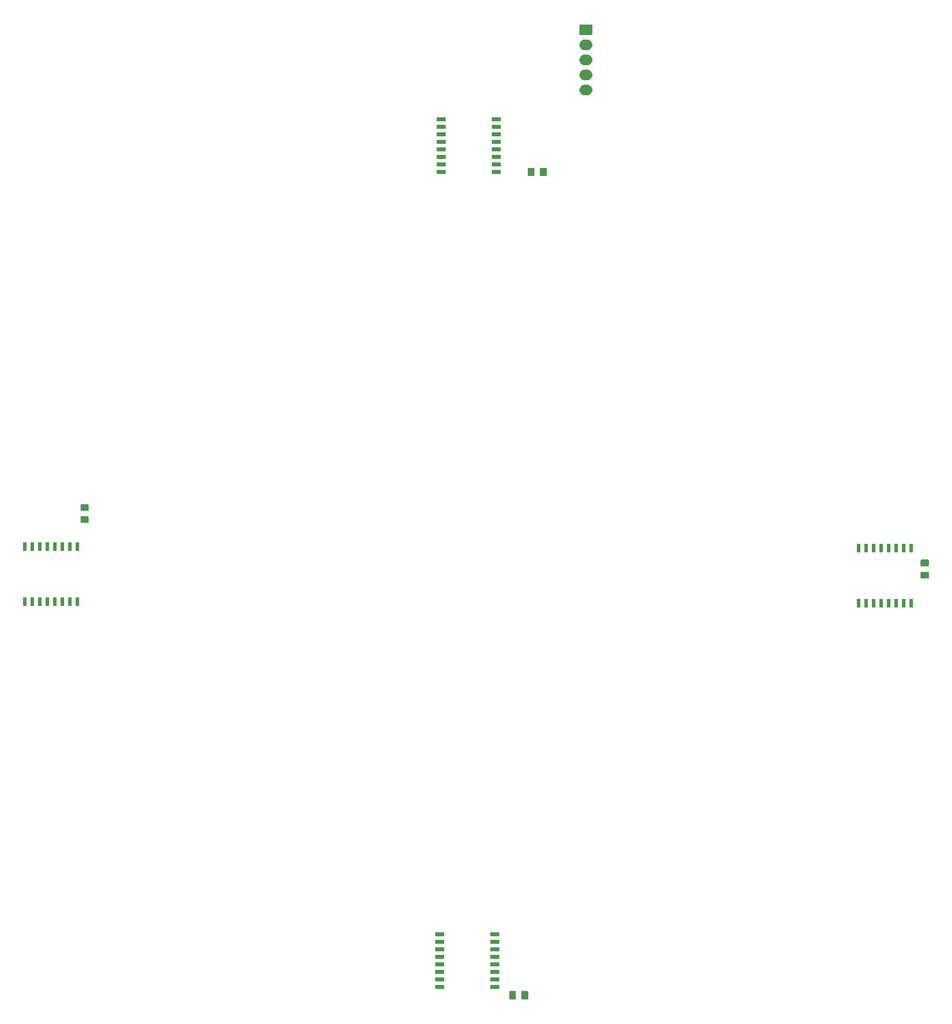
<source format=gbr>
G04 #@! TF.GenerationSoftware,KiCad,Pcbnew,(5.1.4-0-10_14)*
G04 #@! TF.CreationDate,2019-10-28T10:16:14+01:00*
G04 #@! TF.ProjectId,Buttons_DDI,42757474-6f6e-4735-9f44-44492e6b6963,rev?*
G04 #@! TF.SameCoordinates,Original*
G04 #@! TF.FileFunction,Soldermask,Bot*
G04 #@! TF.FilePolarity,Negative*
%FSLAX46Y46*%
G04 Gerber Fmt 4.6, Leading zero omitted, Abs format (unit mm)*
G04 Created by KiCad (PCBNEW (5.1.4-0-10_14)) date 2019-10-28 10:16:14*
%MOMM*%
%LPD*%
G04 APERTURE LIST*
%ADD10C,0.100000*%
G04 APERTURE END LIST*
D10*
G36*
X106433722Y-173802039D02*
G01*
X106467257Y-173812212D01*
X106498156Y-173828728D01*
X106525243Y-173850957D01*
X106547472Y-173878044D01*
X106563988Y-173908943D01*
X106574161Y-173942478D01*
X106578200Y-173983487D01*
X106578200Y-175012513D01*
X106574161Y-175053522D01*
X106563988Y-175087057D01*
X106547472Y-175117956D01*
X106525243Y-175145043D01*
X106498156Y-175167272D01*
X106467257Y-175183788D01*
X106433722Y-175193961D01*
X106392713Y-175198000D01*
X105613687Y-175198000D01*
X105572678Y-175193961D01*
X105539143Y-175183788D01*
X105508244Y-175167272D01*
X105481157Y-175145043D01*
X105458928Y-175117956D01*
X105442412Y-175087057D01*
X105432239Y-175053522D01*
X105428200Y-175012513D01*
X105428200Y-173983487D01*
X105432239Y-173942478D01*
X105442412Y-173908943D01*
X105458928Y-173878044D01*
X105481157Y-173850957D01*
X105508244Y-173828728D01*
X105539143Y-173812212D01*
X105572678Y-173802039D01*
X105613687Y-173798000D01*
X106392713Y-173798000D01*
X106433722Y-173802039D01*
X106433722Y-173802039D01*
G37*
G36*
X104383722Y-173802039D02*
G01*
X104417257Y-173812212D01*
X104448156Y-173828728D01*
X104475243Y-173850957D01*
X104497472Y-173878044D01*
X104513988Y-173908943D01*
X104524161Y-173942478D01*
X104528200Y-173983487D01*
X104528200Y-175012513D01*
X104524161Y-175053522D01*
X104513988Y-175087057D01*
X104497472Y-175117956D01*
X104475243Y-175145043D01*
X104448156Y-175167272D01*
X104417257Y-175183788D01*
X104383722Y-175193961D01*
X104342713Y-175198000D01*
X103563687Y-175198000D01*
X103522678Y-175193961D01*
X103489143Y-175183788D01*
X103458244Y-175167272D01*
X103431157Y-175145043D01*
X103408928Y-175117956D01*
X103392412Y-175087057D01*
X103382239Y-175053522D01*
X103378200Y-175012513D01*
X103378200Y-173983487D01*
X103382239Y-173942478D01*
X103392412Y-173908943D01*
X103408928Y-173878044D01*
X103431157Y-173850957D01*
X103458244Y-173828728D01*
X103489143Y-173812212D01*
X103522678Y-173802039D01*
X103563687Y-173798000D01*
X104342713Y-173798000D01*
X104383722Y-173802039D01*
X104383722Y-173802039D01*
G37*
G36*
X101666000Y-173401000D02*
G01*
X100166000Y-173401000D01*
X100166000Y-172801000D01*
X101666000Y-172801000D01*
X101666000Y-173401000D01*
X101666000Y-173401000D01*
G37*
G36*
X92366000Y-173401000D02*
G01*
X90866000Y-173401000D01*
X90866000Y-172801000D01*
X92366000Y-172801000D01*
X92366000Y-173401000D01*
X92366000Y-173401000D01*
G37*
G36*
X101666000Y-172131000D02*
G01*
X100166000Y-172131000D01*
X100166000Y-171531000D01*
X101666000Y-171531000D01*
X101666000Y-172131000D01*
X101666000Y-172131000D01*
G37*
G36*
X92366000Y-172131000D02*
G01*
X90866000Y-172131000D01*
X90866000Y-171531000D01*
X92366000Y-171531000D01*
X92366000Y-172131000D01*
X92366000Y-172131000D01*
G37*
G36*
X101666000Y-170861000D02*
G01*
X100166000Y-170861000D01*
X100166000Y-170261000D01*
X101666000Y-170261000D01*
X101666000Y-170861000D01*
X101666000Y-170861000D01*
G37*
G36*
X92366000Y-170861000D02*
G01*
X90866000Y-170861000D01*
X90866000Y-170261000D01*
X92366000Y-170261000D01*
X92366000Y-170861000D01*
X92366000Y-170861000D01*
G37*
G36*
X92366000Y-169591000D02*
G01*
X90866000Y-169591000D01*
X90866000Y-168991000D01*
X92366000Y-168991000D01*
X92366000Y-169591000D01*
X92366000Y-169591000D01*
G37*
G36*
X101666000Y-169591000D02*
G01*
X100166000Y-169591000D01*
X100166000Y-168991000D01*
X101666000Y-168991000D01*
X101666000Y-169591000D01*
X101666000Y-169591000D01*
G37*
G36*
X101666000Y-168321000D02*
G01*
X100166000Y-168321000D01*
X100166000Y-167721000D01*
X101666000Y-167721000D01*
X101666000Y-168321000D01*
X101666000Y-168321000D01*
G37*
G36*
X92366000Y-168321000D02*
G01*
X90866000Y-168321000D01*
X90866000Y-167721000D01*
X92366000Y-167721000D01*
X92366000Y-168321000D01*
X92366000Y-168321000D01*
G37*
G36*
X101666000Y-167051000D02*
G01*
X100166000Y-167051000D01*
X100166000Y-166451000D01*
X101666000Y-166451000D01*
X101666000Y-167051000D01*
X101666000Y-167051000D01*
G37*
G36*
X92366000Y-167051000D02*
G01*
X90866000Y-167051000D01*
X90866000Y-166451000D01*
X92366000Y-166451000D01*
X92366000Y-167051000D01*
X92366000Y-167051000D01*
G37*
G36*
X101666000Y-165781000D02*
G01*
X100166000Y-165781000D01*
X100166000Y-165181000D01*
X101666000Y-165181000D01*
X101666000Y-165781000D01*
X101666000Y-165781000D01*
G37*
G36*
X92366000Y-165781000D02*
G01*
X90866000Y-165781000D01*
X90866000Y-165181000D01*
X92366000Y-165181000D01*
X92366000Y-165781000D01*
X92366000Y-165781000D01*
G37*
G36*
X101666000Y-164511000D02*
G01*
X100166000Y-164511000D01*
X100166000Y-163911000D01*
X101666000Y-163911000D01*
X101666000Y-164511000D01*
X101666000Y-164511000D01*
G37*
G36*
X92366000Y-164511000D02*
G01*
X90866000Y-164511000D01*
X90866000Y-163911000D01*
X92366000Y-163911000D01*
X92366000Y-164511000D01*
X92366000Y-164511000D01*
G37*
G36*
X170353000Y-109032000D02*
G01*
X169753000Y-109032000D01*
X169753000Y-107532000D01*
X170353000Y-107532000D01*
X170353000Y-109032000D01*
X170353000Y-109032000D01*
G37*
G36*
X171623000Y-109032000D02*
G01*
X171023000Y-109032000D01*
X171023000Y-107532000D01*
X171623000Y-107532000D01*
X171623000Y-109032000D01*
X171623000Y-109032000D01*
G37*
G36*
X167813000Y-109032000D02*
G01*
X167213000Y-109032000D01*
X167213000Y-107532000D01*
X167813000Y-107532000D01*
X167813000Y-109032000D01*
X167813000Y-109032000D01*
G37*
G36*
X166543000Y-109032000D02*
G01*
X165943000Y-109032000D01*
X165943000Y-107532000D01*
X166543000Y-107532000D01*
X166543000Y-109032000D01*
X166543000Y-109032000D01*
G37*
G36*
X165273000Y-109032000D02*
G01*
X164673000Y-109032000D01*
X164673000Y-107532000D01*
X165273000Y-107532000D01*
X165273000Y-109032000D01*
X165273000Y-109032000D01*
G37*
G36*
X164003000Y-109032000D02*
G01*
X163403000Y-109032000D01*
X163403000Y-107532000D01*
X164003000Y-107532000D01*
X164003000Y-109032000D01*
X164003000Y-109032000D01*
G37*
G36*
X162733000Y-109032000D02*
G01*
X162133000Y-109032000D01*
X162133000Y-107532000D01*
X162733000Y-107532000D01*
X162733000Y-109032000D01*
X162733000Y-109032000D01*
G37*
G36*
X169083000Y-109032000D02*
G01*
X168483000Y-109032000D01*
X168483000Y-107532000D01*
X169083000Y-107532000D01*
X169083000Y-109032000D01*
X169083000Y-109032000D01*
G37*
G36*
X30653000Y-108778000D02*
G01*
X30053000Y-108778000D01*
X30053000Y-107278000D01*
X30653000Y-107278000D01*
X30653000Y-108778000D01*
X30653000Y-108778000D01*
G37*
G36*
X29383000Y-108778000D02*
G01*
X28783000Y-108778000D01*
X28783000Y-107278000D01*
X29383000Y-107278000D01*
X29383000Y-108778000D01*
X29383000Y-108778000D01*
G37*
G36*
X28113000Y-108778000D02*
G01*
X27513000Y-108778000D01*
X27513000Y-107278000D01*
X28113000Y-107278000D01*
X28113000Y-108778000D01*
X28113000Y-108778000D01*
G37*
G36*
X26843000Y-108778000D02*
G01*
X26243000Y-108778000D01*
X26243000Y-107278000D01*
X26843000Y-107278000D01*
X26843000Y-108778000D01*
X26843000Y-108778000D01*
G37*
G36*
X25573000Y-108778000D02*
G01*
X24973000Y-108778000D01*
X24973000Y-107278000D01*
X25573000Y-107278000D01*
X25573000Y-108778000D01*
X25573000Y-108778000D01*
G37*
G36*
X24303000Y-108778000D02*
G01*
X23703000Y-108778000D01*
X23703000Y-107278000D01*
X24303000Y-107278000D01*
X24303000Y-108778000D01*
X24303000Y-108778000D01*
G37*
G36*
X23033000Y-108778000D02*
G01*
X22433000Y-108778000D01*
X22433000Y-107278000D01*
X23033000Y-107278000D01*
X23033000Y-108778000D01*
X23033000Y-108778000D01*
G37*
G36*
X21763000Y-108778000D02*
G01*
X21163000Y-108778000D01*
X21163000Y-107278000D01*
X21763000Y-107278000D01*
X21763000Y-108778000D01*
X21763000Y-108778000D01*
G37*
G36*
X174189922Y-102968439D02*
G01*
X174223457Y-102978612D01*
X174254356Y-102995128D01*
X174281443Y-103017357D01*
X174303672Y-103044444D01*
X174320188Y-103075343D01*
X174330361Y-103108878D01*
X174334400Y-103149887D01*
X174334400Y-103928913D01*
X174330361Y-103969922D01*
X174320188Y-104003457D01*
X174303672Y-104034356D01*
X174281443Y-104061443D01*
X174254356Y-104083672D01*
X174223457Y-104100188D01*
X174189922Y-104110361D01*
X174148913Y-104114400D01*
X173119887Y-104114400D01*
X173078878Y-104110361D01*
X173045343Y-104100188D01*
X173014444Y-104083672D01*
X172987357Y-104061443D01*
X172965128Y-104034356D01*
X172948612Y-104003457D01*
X172938439Y-103969922D01*
X172934400Y-103928913D01*
X172934400Y-103149887D01*
X172938439Y-103108878D01*
X172948612Y-103075343D01*
X172965128Y-103044444D01*
X172987357Y-103017357D01*
X173014444Y-102995128D01*
X173045343Y-102978612D01*
X173078878Y-102968439D01*
X173119887Y-102964400D01*
X174148913Y-102964400D01*
X174189922Y-102968439D01*
X174189922Y-102968439D01*
G37*
G36*
X174189922Y-100918439D02*
G01*
X174223457Y-100928612D01*
X174254356Y-100945128D01*
X174281443Y-100967357D01*
X174303672Y-100994444D01*
X174320188Y-101025343D01*
X174330361Y-101058878D01*
X174334400Y-101099887D01*
X174334400Y-101878913D01*
X174330361Y-101919922D01*
X174320188Y-101953457D01*
X174303672Y-101984356D01*
X174281443Y-102011443D01*
X174254356Y-102033672D01*
X174223457Y-102050188D01*
X174189922Y-102060361D01*
X174148913Y-102064400D01*
X173119887Y-102064400D01*
X173078878Y-102060361D01*
X173045343Y-102050188D01*
X173014444Y-102033672D01*
X172987357Y-102011443D01*
X172965128Y-101984356D01*
X172948612Y-101953457D01*
X172938439Y-101919922D01*
X172934400Y-101878913D01*
X172934400Y-101099887D01*
X172938439Y-101058878D01*
X172948612Y-101025343D01*
X172965128Y-100994444D01*
X172987357Y-100967357D01*
X173014444Y-100945128D01*
X173045343Y-100928612D01*
X173078878Y-100918439D01*
X173119887Y-100914400D01*
X174148913Y-100914400D01*
X174189922Y-100918439D01*
X174189922Y-100918439D01*
G37*
G36*
X171623000Y-99732000D02*
G01*
X171023000Y-99732000D01*
X171023000Y-98232000D01*
X171623000Y-98232000D01*
X171623000Y-99732000D01*
X171623000Y-99732000D01*
G37*
G36*
X170353000Y-99732000D02*
G01*
X169753000Y-99732000D01*
X169753000Y-98232000D01*
X170353000Y-98232000D01*
X170353000Y-99732000D01*
X170353000Y-99732000D01*
G37*
G36*
X169083000Y-99732000D02*
G01*
X168483000Y-99732000D01*
X168483000Y-98232000D01*
X169083000Y-98232000D01*
X169083000Y-99732000D01*
X169083000Y-99732000D01*
G37*
G36*
X167813000Y-99732000D02*
G01*
X167213000Y-99732000D01*
X167213000Y-98232000D01*
X167813000Y-98232000D01*
X167813000Y-99732000D01*
X167813000Y-99732000D01*
G37*
G36*
X166543000Y-99732000D02*
G01*
X165943000Y-99732000D01*
X165943000Y-98232000D01*
X166543000Y-98232000D01*
X166543000Y-99732000D01*
X166543000Y-99732000D01*
G37*
G36*
X162733000Y-99732000D02*
G01*
X162133000Y-99732000D01*
X162133000Y-98232000D01*
X162733000Y-98232000D01*
X162733000Y-99732000D01*
X162733000Y-99732000D01*
G37*
G36*
X165273000Y-99732000D02*
G01*
X164673000Y-99732000D01*
X164673000Y-98232000D01*
X165273000Y-98232000D01*
X165273000Y-99732000D01*
X165273000Y-99732000D01*
G37*
G36*
X164003000Y-99732000D02*
G01*
X163403000Y-99732000D01*
X163403000Y-98232000D01*
X164003000Y-98232000D01*
X164003000Y-99732000D01*
X164003000Y-99732000D01*
G37*
G36*
X26843000Y-99478000D02*
G01*
X26243000Y-99478000D01*
X26243000Y-97978000D01*
X26843000Y-97978000D01*
X26843000Y-99478000D01*
X26843000Y-99478000D01*
G37*
G36*
X21763000Y-99478000D02*
G01*
X21163000Y-99478000D01*
X21163000Y-97978000D01*
X21763000Y-97978000D01*
X21763000Y-99478000D01*
X21763000Y-99478000D01*
G37*
G36*
X23033000Y-99478000D02*
G01*
X22433000Y-99478000D01*
X22433000Y-97978000D01*
X23033000Y-97978000D01*
X23033000Y-99478000D01*
X23033000Y-99478000D01*
G37*
G36*
X24303000Y-99478000D02*
G01*
X23703000Y-99478000D01*
X23703000Y-97978000D01*
X24303000Y-97978000D01*
X24303000Y-99478000D01*
X24303000Y-99478000D01*
G37*
G36*
X25573000Y-99478000D02*
G01*
X24973000Y-99478000D01*
X24973000Y-97978000D01*
X25573000Y-97978000D01*
X25573000Y-99478000D01*
X25573000Y-99478000D01*
G37*
G36*
X28113000Y-99478000D02*
G01*
X27513000Y-99478000D01*
X27513000Y-97978000D01*
X28113000Y-97978000D01*
X28113000Y-99478000D01*
X28113000Y-99478000D01*
G37*
G36*
X29383000Y-99478000D02*
G01*
X28783000Y-99478000D01*
X28783000Y-97978000D01*
X29383000Y-97978000D01*
X29383000Y-99478000D01*
X29383000Y-99478000D01*
G37*
G36*
X30653000Y-99478000D02*
G01*
X30053000Y-99478000D01*
X30053000Y-97978000D01*
X30653000Y-97978000D01*
X30653000Y-99478000D01*
X30653000Y-99478000D01*
G37*
G36*
X32127722Y-93595839D02*
G01*
X32161257Y-93606012D01*
X32192156Y-93622528D01*
X32219243Y-93644757D01*
X32241472Y-93671844D01*
X32257988Y-93702743D01*
X32268161Y-93736278D01*
X32272200Y-93777287D01*
X32272200Y-94556313D01*
X32268161Y-94597322D01*
X32257988Y-94630857D01*
X32241472Y-94661756D01*
X32219243Y-94688843D01*
X32192156Y-94711072D01*
X32161257Y-94727588D01*
X32127722Y-94737761D01*
X32086713Y-94741800D01*
X31057687Y-94741800D01*
X31016678Y-94737761D01*
X30983143Y-94727588D01*
X30952244Y-94711072D01*
X30925157Y-94688843D01*
X30902928Y-94661756D01*
X30886412Y-94630857D01*
X30876239Y-94597322D01*
X30872200Y-94556313D01*
X30872200Y-93777287D01*
X30876239Y-93736278D01*
X30886412Y-93702743D01*
X30902928Y-93671844D01*
X30925157Y-93644757D01*
X30952244Y-93622528D01*
X30983143Y-93606012D01*
X31016678Y-93595839D01*
X31057687Y-93591800D01*
X32086713Y-93591800D01*
X32127722Y-93595839D01*
X32127722Y-93595839D01*
G37*
G36*
X32127722Y-91545839D02*
G01*
X32161257Y-91556012D01*
X32192156Y-91572528D01*
X32219243Y-91594757D01*
X32241472Y-91621844D01*
X32257988Y-91652743D01*
X32268161Y-91686278D01*
X32272200Y-91727287D01*
X32272200Y-92506313D01*
X32268161Y-92547322D01*
X32257988Y-92580857D01*
X32241472Y-92611756D01*
X32219243Y-92638843D01*
X32192156Y-92661072D01*
X32161257Y-92677588D01*
X32127722Y-92687761D01*
X32086713Y-92691800D01*
X31057687Y-92691800D01*
X31016678Y-92687761D01*
X30983143Y-92677588D01*
X30952244Y-92661072D01*
X30925157Y-92638843D01*
X30902928Y-92611756D01*
X30886412Y-92580857D01*
X30876239Y-92547322D01*
X30872200Y-92506313D01*
X30872200Y-91727287D01*
X30876239Y-91686278D01*
X30886412Y-91652743D01*
X30902928Y-91621844D01*
X30925157Y-91594757D01*
X30952244Y-91572528D01*
X30983143Y-91556012D01*
X31016678Y-91545839D01*
X31057687Y-91541800D01*
X32086713Y-91541800D01*
X32127722Y-91545839D01*
X32127722Y-91545839D01*
G37*
G36*
X109557922Y-34737039D02*
G01*
X109591457Y-34747212D01*
X109622356Y-34763728D01*
X109649443Y-34785957D01*
X109671672Y-34813044D01*
X109688188Y-34843943D01*
X109698361Y-34877478D01*
X109702400Y-34918487D01*
X109702400Y-35947513D01*
X109698361Y-35988522D01*
X109688188Y-36022057D01*
X109671672Y-36052956D01*
X109649443Y-36080043D01*
X109622356Y-36102272D01*
X109591457Y-36118788D01*
X109557922Y-36128961D01*
X109516913Y-36133000D01*
X108737887Y-36133000D01*
X108696878Y-36128961D01*
X108663343Y-36118788D01*
X108632444Y-36102272D01*
X108605357Y-36080043D01*
X108583128Y-36052956D01*
X108566612Y-36022057D01*
X108556439Y-35988522D01*
X108552400Y-35947513D01*
X108552400Y-34918487D01*
X108556439Y-34877478D01*
X108566612Y-34843943D01*
X108583128Y-34813044D01*
X108605357Y-34785957D01*
X108632444Y-34763728D01*
X108663343Y-34747212D01*
X108696878Y-34737039D01*
X108737887Y-34733000D01*
X109516913Y-34733000D01*
X109557922Y-34737039D01*
X109557922Y-34737039D01*
G37*
G36*
X107507922Y-34737039D02*
G01*
X107541457Y-34747212D01*
X107572356Y-34763728D01*
X107599443Y-34785957D01*
X107621672Y-34813044D01*
X107638188Y-34843943D01*
X107648361Y-34877478D01*
X107652400Y-34918487D01*
X107652400Y-35947513D01*
X107648361Y-35988522D01*
X107638188Y-36022057D01*
X107621672Y-36052956D01*
X107599443Y-36080043D01*
X107572356Y-36102272D01*
X107541457Y-36118788D01*
X107507922Y-36128961D01*
X107466913Y-36133000D01*
X106687887Y-36133000D01*
X106646878Y-36128961D01*
X106613343Y-36118788D01*
X106582444Y-36102272D01*
X106555357Y-36080043D01*
X106533128Y-36052956D01*
X106516612Y-36022057D01*
X106506439Y-35988522D01*
X106502400Y-35947513D01*
X106502400Y-34918487D01*
X106506439Y-34877478D01*
X106516612Y-34843943D01*
X106533128Y-34813044D01*
X106555357Y-34785957D01*
X106582444Y-34763728D01*
X106613343Y-34747212D01*
X106646878Y-34737039D01*
X106687887Y-34733000D01*
X107466913Y-34733000D01*
X107507922Y-34737039D01*
X107507922Y-34737039D01*
G37*
G36*
X101920000Y-35733000D02*
G01*
X100420000Y-35733000D01*
X100420000Y-35133000D01*
X101920000Y-35133000D01*
X101920000Y-35733000D01*
X101920000Y-35733000D01*
G37*
G36*
X92620000Y-35733000D02*
G01*
X91120000Y-35733000D01*
X91120000Y-35133000D01*
X92620000Y-35133000D01*
X92620000Y-35733000D01*
X92620000Y-35733000D01*
G37*
G36*
X101920000Y-34463000D02*
G01*
X100420000Y-34463000D01*
X100420000Y-33863000D01*
X101920000Y-33863000D01*
X101920000Y-34463000D01*
X101920000Y-34463000D01*
G37*
G36*
X92620000Y-34463000D02*
G01*
X91120000Y-34463000D01*
X91120000Y-33863000D01*
X92620000Y-33863000D01*
X92620000Y-34463000D01*
X92620000Y-34463000D01*
G37*
G36*
X101920000Y-33193000D02*
G01*
X100420000Y-33193000D01*
X100420000Y-32593000D01*
X101920000Y-32593000D01*
X101920000Y-33193000D01*
X101920000Y-33193000D01*
G37*
G36*
X92620000Y-33193000D02*
G01*
X91120000Y-33193000D01*
X91120000Y-32593000D01*
X92620000Y-32593000D01*
X92620000Y-33193000D01*
X92620000Y-33193000D01*
G37*
G36*
X101920000Y-31923000D02*
G01*
X100420000Y-31923000D01*
X100420000Y-31323000D01*
X101920000Y-31323000D01*
X101920000Y-31923000D01*
X101920000Y-31923000D01*
G37*
G36*
X92620000Y-31923000D02*
G01*
X91120000Y-31923000D01*
X91120000Y-31323000D01*
X92620000Y-31323000D01*
X92620000Y-31923000D01*
X92620000Y-31923000D01*
G37*
G36*
X101920000Y-30653000D02*
G01*
X100420000Y-30653000D01*
X100420000Y-30053000D01*
X101920000Y-30053000D01*
X101920000Y-30653000D01*
X101920000Y-30653000D01*
G37*
G36*
X92620000Y-30653000D02*
G01*
X91120000Y-30653000D01*
X91120000Y-30053000D01*
X92620000Y-30053000D01*
X92620000Y-30653000D01*
X92620000Y-30653000D01*
G37*
G36*
X92620000Y-29383000D02*
G01*
X91120000Y-29383000D01*
X91120000Y-28783000D01*
X92620000Y-28783000D01*
X92620000Y-29383000D01*
X92620000Y-29383000D01*
G37*
G36*
X101920000Y-29383000D02*
G01*
X100420000Y-29383000D01*
X100420000Y-28783000D01*
X101920000Y-28783000D01*
X101920000Y-29383000D01*
X101920000Y-29383000D01*
G37*
G36*
X101920000Y-28113000D02*
G01*
X100420000Y-28113000D01*
X100420000Y-27513000D01*
X101920000Y-27513000D01*
X101920000Y-28113000D01*
X101920000Y-28113000D01*
G37*
G36*
X92620000Y-28113000D02*
G01*
X91120000Y-28113000D01*
X91120000Y-27513000D01*
X92620000Y-27513000D01*
X92620000Y-28113000D01*
X92620000Y-28113000D01*
G37*
G36*
X101920000Y-26843000D02*
G01*
X100420000Y-26843000D01*
X100420000Y-26243000D01*
X101920000Y-26243000D01*
X101920000Y-26843000D01*
X101920000Y-26843000D01*
G37*
G36*
X92620000Y-26843000D02*
G01*
X91120000Y-26843000D01*
X91120000Y-26243000D01*
X92620000Y-26243000D01*
X92620000Y-26843000D01*
X92620000Y-26843000D01*
G37*
G36*
X116732548Y-20732588D02*
G01*
X116896548Y-20782337D01*
X117047683Y-20863121D01*
X117180160Y-20971840D01*
X117288879Y-21104317D01*
X117369663Y-21255452D01*
X117419412Y-21419452D01*
X117436209Y-21590000D01*
X117419412Y-21760548D01*
X117369663Y-21924548D01*
X117288879Y-22075683D01*
X117180160Y-22208160D01*
X117047683Y-22316879D01*
X116896548Y-22397663D01*
X116732548Y-22447412D01*
X116604738Y-22460000D01*
X116059262Y-22460000D01*
X115931452Y-22447412D01*
X115767452Y-22397663D01*
X115616317Y-22316879D01*
X115483840Y-22208160D01*
X115375121Y-22075683D01*
X115294337Y-21924548D01*
X115244588Y-21760548D01*
X115227791Y-21590000D01*
X115244588Y-21419452D01*
X115294337Y-21255452D01*
X115375121Y-21104317D01*
X115483840Y-20971840D01*
X115616317Y-20863121D01*
X115767452Y-20782337D01*
X115931452Y-20732588D01*
X116059262Y-20720000D01*
X116604738Y-20720000D01*
X116732548Y-20732588D01*
X116732548Y-20732588D01*
G37*
G36*
X116732548Y-18192588D02*
G01*
X116896548Y-18242337D01*
X117047683Y-18323121D01*
X117180160Y-18431840D01*
X117288879Y-18564317D01*
X117369663Y-18715452D01*
X117419412Y-18879452D01*
X117436209Y-19050000D01*
X117419412Y-19220548D01*
X117369663Y-19384548D01*
X117288879Y-19535683D01*
X117180160Y-19668160D01*
X117047683Y-19776879D01*
X116896548Y-19857663D01*
X116732548Y-19907412D01*
X116604738Y-19920000D01*
X116059262Y-19920000D01*
X115931452Y-19907412D01*
X115767452Y-19857663D01*
X115616317Y-19776879D01*
X115483840Y-19668160D01*
X115375121Y-19535683D01*
X115294337Y-19384548D01*
X115244588Y-19220548D01*
X115227791Y-19050000D01*
X115244588Y-18879452D01*
X115294337Y-18715452D01*
X115375121Y-18564317D01*
X115483840Y-18431840D01*
X115616317Y-18323121D01*
X115767452Y-18242337D01*
X115931452Y-18192588D01*
X116059262Y-18180000D01*
X116604738Y-18180000D01*
X116732548Y-18192588D01*
X116732548Y-18192588D01*
G37*
G36*
X116732548Y-15652588D02*
G01*
X116896548Y-15702337D01*
X117047683Y-15783121D01*
X117180160Y-15891840D01*
X117288879Y-16024317D01*
X117369663Y-16175452D01*
X117419412Y-16339452D01*
X117436209Y-16510000D01*
X117419412Y-16680548D01*
X117369663Y-16844548D01*
X117288879Y-16995683D01*
X117180160Y-17128160D01*
X117047683Y-17236879D01*
X116896548Y-17317663D01*
X116732548Y-17367412D01*
X116604738Y-17380000D01*
X116059262Y-17380000D01*
X115931452Y-17367412D01*
X115767452Y-17317663D01*
X115616317Y-17236879D01*
X115483840Y-17128160D01*
X115375121Y-16995683D01*
X115294337Y-16844548D01*
X115244588Y-16680548D01*
X115227791Y-16510000D01*
X115244588Y-16339452D01*
X115294337Y-16175452D01*
X115375121Y-16024317D01*
X115483840Y-15891840D01*
X115616317Y-15783121D01*
X115767452Y-15702337D01*
X115931452Y-15652588D01*
X116059262Y-15640000D01*
X116604738Y-15640000D01*
X116732548Y-15652588D01*
X116732548Y-15652588D01*
G37*
G36*
X116732548Y-13112588D02*
G01*
X116896548Y-13162337D01*
X117047683Y-13243121D01*
X117180160Y-13351840D01*
X117288879Y-13484317D01*
X117369663Y-13635452D01*
X117419412Y-13799452D01*
X117436209Y-13970000D01*
X117419412Y-14140548D01*
X117369663Y-14304548D01*
X117288879Y-14455683D01*
X117180160Y-14588160D01*
X117047683Y-14696879D01*
X116896548Y-14777663D01*
X116732548Y-14827412D01*
X116604738Y-14840000D01*
X116059262Y-14840000D01*
X115931452Y-14827412D01*
X115767452Y-14777663D01*
X115616317Y-14696879D01*
X115483840Y-14588160D01*
X115375121Y-14455683D01*
X115294337Y-14304548D01*
X115244588Y-14140548D01*
X115227791Y-13970000D01*
X115244588Y-13799452D01*
X115294337Y-13635452D01*
X115375121Y-13484317D01*
X115483840Y-13351840D01*
X115616317Y-13243121D01*
X115767452Y-13162337D01*
X115931452Y-13112588D01*
X116059262Y-13100000D01*
X116604738Y-13100000D01*
X116732548Y-13112588D01*
X116732548Y-13112588D01*
G37*
G36*
X117302355Y-10563685D02*
G01*
X117332434Y-10572809D01*
X117360146Y-10587622D01*
X117384441Y-10607559D01*
X117404378Y-10631854D01*
X117419191Y-10659566D01*
X117428315Y-10689645D01*
X117432000Y-10727059D01*
X117432000Y-12132941D01*
X117428315Y-12170355D01*
X117419191Y-12200434D01*
X117404378Y-12228146D01*
X117384441Y-12252441D01*
X117360146Y-12272378D01*
X117332434Y-12287191D01*
X117302355Y-12296315D01*
X117264941Y-12300000D01*
X115399059Y-12300000D01*
X115361645Y-12296315D01*
X115331566Y-12287191D01*
X115303854Y-12272378D01*
X115279559Y-12252441D01*
X115259622Y-12228146D01*
X115244809Y-12200434D01*
X115235685Y-12170355D01*
X115232000Y-12132941D01*
X115232000Y-10727059D01*
X115235685Y-10689645D01*
X115244809Y-10659566D01*
X115259622Y-10631854D01*
X115279559Y-10607559D01*
X115303854Y-10587622D01*
X115331566Y-10572809D01*
X115361645Y-10563685D01*
X115399059Y-10560000D01*
X117264941Y-10560000D01*
X117302355Y-10563685D01*
X117302355Y-10563685D01*
G37*
M02*

</source>
